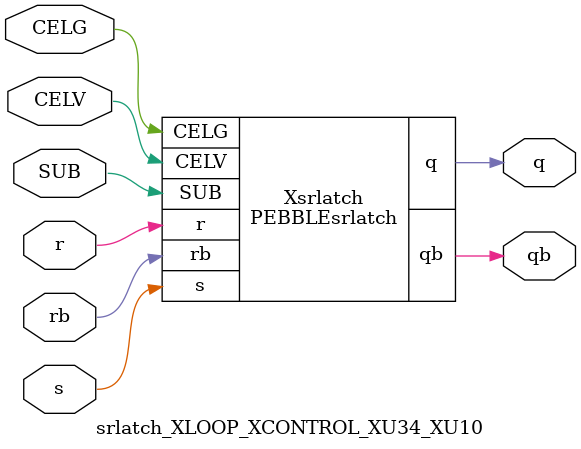
<source format=v>



module PEBBLEsrlatch ( q, qb, CELG, CELV, SUB, r, rb, s );

  input CELV;
  input s;
  output q;
  input rb;
  input r;
  input SUB;
  input CELG;
  output qb;
endmodule

//Celera Confidential Do Not Copy srlatch_XLOOP_XCONTROL_XU34_XU10
//Celera Confidential Symbol Generator
//SR Latch
module srlatch_XLOOP_XCONTROL_XU34_XU10 (CELV,CELG,s,r,rb,q,qb,SUB);
input CELV;
input CELG;
input s;
input r;
input rb;
input SUB;
output q;
output qb;

//Celera Confidential Do Not Copy srlatch
PEBBLEsrlatch Xsrlatch(
.CELV (CELV),
.r (r),
.s (s),
.q (q),
.qb (qb),
.rb (rb),
.SUB (SUB),
.CELG (CELG)
);
//,diesize,PEBBLEsrlatch

//Celera Confidential Do Not Copy Module End
//Celera Schematic Generator
endmodule

</source>
